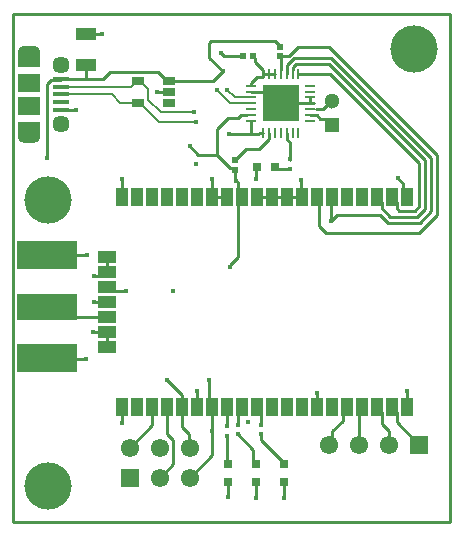
<source format=gbr>
%TF.GenerationSoftware,Altium Limited,Altium Designer,23.3.1 (30)*%
G04 Layer_Physical_Order=1*
G04 Layer_Color=39423*
%FSLAX45Y45*%
%MOMM*%
%TF.SameCoordinates,3D4662BF-085F-4CF4-8E86-F61BF3E894F1*%
%TF.FilePolarity,Positive*%
%TF.FileFunction,Copper,L1,Top,Signal*%
%TF.Part,Single*%
G01*
G75*
%TA.AperFunction,NonConductor*%
%ADD10C,0.50000*%
%TA.AperFunction,SMDPad,CuDef*%
%ADD11R,1.52400X1.01600*%
%ADD12R,1.01600X1.52400*%
%ADD13R,0.56818X0.57247*%
%TA.AperFunction,ConnectorPad*%
%ADD14R,5.08000X2.41300*%
%ADD15R,5.08000X2.28600*%
%TA.AperFunction,SMDPad,CuDef*%
%ADD16R,0.80000X0.80000*%
%ADD17R,0.45000X0.45000*%
%TA.AperFunction,ConnectorPad*%
%ADD18R,1.90000X1.50000*%
%ADD19R,1.35000X0.40000*%
%TA.AperFunction,SMDPad,CuDef*%
%ADD20O,0.95000X0.20000*%
%ADD21O,0.20000X0.95000*%
%ADD22R,3.13000X3.13000*%
%ADD23R,1.70000X1.10000*%
%ADD24R,0.99000X0.69000*%
%ADD25R,0.57247X0.56818*%
%ADD26R,0.80000X0.80000*%
%ADD27R,0.47247X0.46818*%
%TA.AperFunction,Conductor*%
%ADD28C,0.25400*%
%ADD29C,0.19767*%
%ADD30C,0.19800*%
%ADD31C,0.19079*%
%ADD32C,0.29300*%
%TA.AperFunction,ViaPad*%
%ADD33C,4.00000*%
%TA.AperFunction,ComponentPad*%
%ADD34R,1.55000X1.55000*%
%ADD35C,1.55000*%
%ADD36C,1.45000*%
%ADD37R,1.30000X1.30000*%
%ADD38C,1.30000*%
%TA.AperFunction,ViaPad*%
%ADD39C,0.44400*%
%ADD40C,0.50000*%
%TA.AperFunction,NonConductor*%
%ADD41C,0.25400*%
G36*
X234700Y3387700D02*
X44700D01*
Y3257700D01*
X234700D01*
Y3387700D01*
D02*
G37*
G36*
X184703Y3257699D02*
X94700D01*
Y3207700D01*
X184703Y3207702D01*
Y3257699D01*
D02*
G37*
G36*
X94697Y3977700D02*
X184700D01*
Y4027700D01*
X94697Y4027698D01*
Y3977700D01*
D02*
G37*
G36*
X44700Y3847700D02*
X234700D01*
Y3977700D01*
X44700D01*
Y3847700D01*
D02*
G37*
D10*
X209700Y3257700D02*
G03*
X209700Y3257700I-25000J0D01*
G01*
X119700D02*
G03*
X119700Y3257700I-25000J0D01*
G01*
X209700Y3977700D02*
G03*
X209700Y3977700I-25000J0D01*
G01*
X119700D02*
G03*
X119700Y3977700I-25000J0D01*
G01*
D11*
X800100Y1478500D02*
D03*
Y1605500D02*
D03*
Y1732500D02*
D03*
Y1859500D02*
D03*
Y1986500D02*
D03*
Y2113500D02*
D03*
Y2240500D02*
D03*
D12*
X3340100Y970500D02*
D03*
X3213100D02*
D03*
X3086100D02*
D03*
X2959100D02*
D03*
X2832100D02*
D03*
X2705100D02*
D03*
X2578100D02*
D03*
X2451100D02*
D03*
X2324100D02*
D03*
X2197100D02*
D03*
X2070100D02*
D03*
X1943100D02*
D03*
X1816100D02*
D03*
X1689100D02*
D03*
X1562100D02*
D03*
X1435100D02*
D03*
X1308100D02*
D03*
X1181100D02*
D03*
X1054100D02*
D03*
X927100D02*
D03*
Y2748500D02*
D03*
X1054100D02*
D03*
X1181100D02*
D03*
X1308100D02*
D03*
X1435100D02*
D03*
X1562100D02*
D03*
X1689100D02*
D03*
X1816100D02*
D03*
X1943100D02*
D03*
X2070100D02*
D03*
X2197100D02*
D03*
X2324100D02*
D03*
X2451100D02*
D03*
X2578100D02*
D03*
X2705100D02*
D03*
X2832100D02*
D03*
X2959100D02*
D03*
X3086100D02*
D03*
X3213100D02*
D03*
X3340100D02*
D03*
D13*
X2039114Y3942300D02*
D03*
X1948685D02*
D03*
D14*
X292100Y2259550D02*
D03*
Y1383250D02*
D03*
D15*
Y1821400D02*
D03*
D16*
X2057508Y489992D02*
D03*
Y339990D02*
D03*
X2300008Y489992D02*
D03*
Y339990D02*
D03*
X1825010Y489989D02*
D03*
Y339992D02*
D03*
D17*
X1905000Y740000D02*
D03*
Y820000D02*
D03*
X2102500Y742500D02*
D03*
Y822500D02*
D03*
X1815000Y730000D02*
D03*
Y810000D02*
D03*
X2350000Y3070000D02*
D03*
Y2990000D02*
D03*
D18*
X139700Y3517698D02*
D03*
Y3717698D02*
D03*
D19*
X409702Y3487701D02*
D03*
Y3552700D02*
D03*
Y3617698D02*
D03*
Y3682702D02*
D03*
Y3747700D02*
D03*
D20*
X2023400Y3692400D02*
D03*
Y3642402D02*
D03*
Y3592400D02*
D03*
Y3542402D02*
D03*
Y3492400D02*
D03*
Y3442403D02*
D03*
Y3392400D02*
D03*
X2518400D02*
D03*
Y3442403D02*
D03*
Y3492400D02*
D03*
Y3542402D02*
D03*
Y3592400D02*
D03*
Y3642402D02*
D03*
Y3692400D02*
D03*
D21*
X2120900Y3294900D02*
D03*
X2170902D02*
D03*
X2220900D02*
D03*
X2270902D02*
D03*
X2320900D02*
D03*
X2370902D02*
D03*
X2420899D02*
D03*
Y3789900D02*
D03*
X2370902D02*
D03*
X2320900D02*
D03*
X2270902D02*
D03*
X2220900D02*
D03*
X2170902D02*
D03*
X2120900D02*
D03*
D22*
X2270902Y3542402D02*
D03*
D23*
X620000Y4127500D02*
D03*
Y3867501D02*
D03*
D24*
X1323300Y3542499D02*
D03*
Y3637500D02*
D03*
Y3732501D02*
D03*
X1064301D02*
D03*
Y3542499D02*
D03*
D25*
X1879600Y3066000D02*
D03*
Y2975571D02*
D03*
D26*
X2071290Y3002492D02*
D03*
X2221292D02*
D03*
D27*
X2265000Y3942284D02*
D03*
Y4022716D02*
D03*
D28*
X3592500Y2594500D02*
Y3105700D01*
X2650316Y2443700D02*
X3441700D01*
X3592500Y2594500D01*
X295000Y3077500D02*
Y3709381D01*
X326420Y3740802D01*
X1822500Y344984D02*
X1825000Y347484D01*
X1822500Y210000D02*
Y344984D01*
X2052500Y337498D02*
X2057500Y332498D01*
Y205000D02*
Y332498D01*
X2301333Y491167D02*
X2301334D01*
X2272708Y519792D02*
Y519792D01*
X2102500Y690000D02*
Y742500D01*
X2272708Y519792D02*
X2301333Y491167D01*
X2102500Y690000D02*
X2272708Y519792D01*
X2291450Y318740D02*
X2295000Y315190D01*
X2276258Y318740D02*
X2291450D01*
X2295000Y205000D02*
Y315190D01*
X2070100Y970500D02*
X2102500Y938100D01*
Y822500D02*
Y938100D01*
X2035008Y509992D02*
Y609992D01*
X1905000Y820000D02*
Y932400D01*
X1943100Y970500D01*
X1815000Y502500D02*
Y730000D01*
X1905000Y740000D02*
X2035008Y609992D01*
X1815000Y810000D02*
Y969400D01*
X1816100Y970500D01*
X1560000Y972600D02*
X1562100Y970500D01*
X1560000Y972600D02*
Y1105000D01*
X927100Y970500D02*
X927500Y970100D01*
Y840000D02*
Y970100D01*
X292100Y1383250D02*
X295350Y1380000D01*
X625000D01*
X292550Y2260000D02*
X630000D01*
X292100Y2259550D02*
X292550Y2260000D01*
X1892300Y2885931D02*
X1905000Y2873231D01*
X1879600Y2898631D02*
X1892300Y2885931D01*
X1689100Y770000D02*
Y970500D01*
Y564100D02*
Y770000D01*
X836600Y1950000D02*
X962500D01*
X800100Y1986500D02*
X836600Y1950000D01*
X3302000Y2786600D02*
X3340100Y2748500D01*
X3267500Y2902358D02*
X3302000Y2867858D01*
Y2786600D02*
Y2867858D01*
X3267500Y2902358D02*
Y2907500D01*
X2445000Y2754600D02*
Y2895000D01*
Y2754600D02*
X2451100Y2748500D01*
X2065000Y2900000D02*
Y2996202D01*
X2071290Y3002492D01*
X927100Y2748500D02*
X927500Y2748900D01*
Y2902500D01*
X1685000Y2752600D02*
X1689100Y2748500D01*
X1685000Y2752600D02*
Y2897500D01*
X273050Y2240500D02*
X292100D01*
X2692400Y2545300D02*
X2743200Y2596100D01*
X3112777D01*
X2692400Y2545300D02*
Y2735800D01*
X2705100Y2748500D01*
X409702Y3487701D02*
X411053Y3486350D01*
X538649D02*
X540000Y3485000D01*
X411053Y3486350D02*
X538649D01*
X1225000Y3637500D02*
X1323300D01*
X620000Y4127500D02*
X625000Y4132500D01*
X760000D01*
X620000Y3747700D02*
X768342D01*
X620000D02*
Y3867501D01*
X409702Y3747700D02*
X620000D01*
X2350000Y3066155D02*
Y3210278D01*
X2322802Y3237476D02*
Y3292997D01*
X2320900Y3294900D02*
X2322802Y3292997D01*
Y3237476D02*
X2350000Y3210278D01*
X2235884Y2987900D02*
X2324100D01*
X2221292Y3002492D02*
X2235884Y2987900D01*
X2264785Y4022716D02*
X2265000D01*
X2254076Y4033424D02*
Y4033639D01*
X1678579Y4069300D02*
X2218416D01*
X2254076Y4033424D02*
X2264785Y4022716D01*
X2218416Y4069300D02*
X2254076Y4033639D01*
X2039114Y3942300D02*
X2054823Y3926591D01*
Y3888077D02*
Y3926591D01*
X1323300Y3732501D02*
X1695201D01*
X1308300D02*
X1323300D01*
X2271199Y3828000D02*
Y3936085D01*
X2265000Y3942284D02*
X2271199Y3936085D01*
X2342036Y3942284D02*
X2418252Y4018500D01*
X2679700D01*
X2265000Y3942284D02*
X2342036D01*
X1769282Y3967700D02*
X1794682Y3942300D01*
X1948685D01*
X2580000Y972400D02*
Y1092500D01*
X2578100Y970500D02*
X2580000Y972400D01*
X3340000Y970600D02*
X3340100Y970500D01*
X3340000Y970600D02*
Y1110000D01*
X798100Y1857500D02*
X800100Y1859500D01*
X690000Y1857500D02*
X798100D01*
X690000Y2080000D02*
X766600D01*
X800100Y2113500D01*
X685000Y1602500D02*
X797100D01*
X800100Y1605500D01*
X799100Y1477500D02*
X800100Y1478500D01*
X799600Y2240000D02*
X800100Y2240500D01*
X2679700Y4018500D02*
X3592500Y3105700D01*
X2704495Y765182D02*
X2794000Y854686D01*
Y932400D01*
X2704495Y677795D02*
Y765182D01*
X2679700Y653000D02*
X2704495Y677795D01*
X2933700Y653000D02*
Y945100D01*
X1498600Y373600D02*
X1689100Y564100D01*
X2023400Y3642402D02*
X2150902D01*
X3124200Y829286D02*
X3184886Y768600D01*
X3124200Y829286D02*
Y932400D01*
X3251200Y843500D02*
Y932400D01*
X2794000D02*
X2832100Y970500D01*
X3086100D02*
X3124200Y932400D01*
X3213100Y970500D02*
X3251200Y932400D01*
X2933700Y945100D02*
X2959100Y970500D01*
X1244600Y373600D02*
X1360200Y489200D01*
Y689586D01*
X1497300Y628900D02*
X1498600Y627600D01*
X1497300Y628900D02*
Y743200D01*
X1308100Y741687D02*
X1360200Y689586D01*
X990600Y627600D02*
X1181100Y818100D01*
X1435100Y805400D02*
X1497300Y743200D01*
X1308100Y741687D02*
Y970500D01*
X1181100Y818100D02*
Y970500D01*
X1435100Y805400D02*
Y1072100D01*
X342900Y1834100D02*
X444500Y1732500D01*
X800100Y2113500D02*
Y2240500D01*
X1663700Y995900D02*
X1689100Y970500D01*
X1663700Y995900D02*
Y1199100D01*
X1308100D02*
X1435100Y1072100D01*
X800100Y1478500D02*
X825500D01*
X800100D02*
Y1605500D01*
X3184886Y655814D02*
X3187700Y653000D01*
X3184886Y655814D02*
Y768600D01*
X3251200Y843500D02*
X3441700Y653000D01*
X2540000Y932400D02*
X2578100Y970500D01*
X1838000Y2160800D02*
Y2170484D01*
X1905000Y2237484D01*
X2590800Y2503216D02*
X2650316Y2443700D01*
X1905000Y2237484D02*
Y2710400D01*
X2590800Y2503216D02*
Y2735800D01*
X2120900Y3789900D02*
Y3822000D01*
X2320900Y3789900D02*
X2321999Y3791000D01*
Y3868365D01*
X2379934Y3926300D01*
X1879815Y3066000D02*
X1973408Y3159593D01*
X2091116D01*
X2169000Y3237476D01*
X2019300Y3713700D02*
X2067400Y3761800D01*
X2019300Y3695100D02*
Y3713700D01*
X2372799Y3824700D02*
Y3847324D01*
X1695201Y3732501D02*
X1778000Y3815300D01*
X2324100Y2748500D02*
X2451100D01*
X2578100D02*
X2590800Y2735800D01*
X2605923Y3410400D02*
X2652800D01*
X2705100Y3358100D01*
X3086100Y2748500D02*
X3124200Y2710400D01*
X3441700Y2669218D02*
Y3039147D01*
X3492500Y2648177D02*
Y3060189D01*
X3543300Y2627135D02*
Y3081231D01*
X2372799Y3847324D02*
X2400976Y3875500D01*
X2380899Y3542402D02*
X2518400D01*
Y3592400D01*
Y3442403D02*
X2520302Y3440500D01*
X2518400Y3542402D02*
X2550500D01*
X2379934Y3926300D02*
X2698231D01*
X2400976Y3875500D02*
X2677189D01*
X2520302Y3440500D02*
X2575823D01*
X2550500Y3542402D02*
X2553200Y3545102D01*
X2420899Y3789900D02*
X2690947D01*
X2575823Y3440500D02*
X2605923Y3410400D01*
X2565400Y3491300D02*
X2626094D01*
X2692894Y3558100D01*
X2705100D01*
X2690947Y3789900D02*
X3441700Y3039147D01*
X2677189Y3875500D02*
X3492500Y3060189D01*
X2698231Y3926300D02*
X3543300Y3081231D01*
X1689100Y2748500D02*
X1816100D01*
X2067400Y3761800D02*
X2118200D01*
X2120900Y3764500D01*
Y3789900D01*
X2170902D01*
X2150902Y3642402D02*
X2160900Y3652400D01*
X2170902Y3789900D02*
X2220900D01*
X1879600Y2898631D02*
Y2975571D01*
X1498600Y3180300D02*
X1571414Y3107486D01*
X1727200D01*
Y3323984D01*
Y3107486D02*
X1843406Y2991280D01*
X1879600Y3066000D02*
X1879815D01*
X1843406Y2991280D02*
X1863891D01*
X1879600Y2975571D01*
X1905000Y2710400D02*
X1943100Y2748500D01*
X1913342Y3421600D02*
X1932242Y3440500D01*
X1828800Y3281900D02*
X2019300D01*
X1932242Y3440500D02*
X1981200D01*
X2019300Y3281900D02*
Y3389700D01*
X2022000Y3392400D01*
X2023400D01*
X2019300Y3281900D02*
X2082800D01*
X2089979Y3289079D01*
X2118200D01*
X1824816Y3421600D02*
X1913342D01*
X1727200Y3323984D02*
X1824816Y3421600D01*
X2169000Y3237476D02*
Y3292997D01*
X2170902Y3294900D01*
X326420Y3740802D02*
X402803D01*
X409702Y3747700D01*
X768342D02*
X825743Y3805101D01*
X1663700Y3929600D02*
X1778000Y3815300D01*
X825743Y3805101D02*
X1235700D01*
X1663700Y3929600D02*
Y4054421D01*
X1678579Y4069300D01*
X1235700Y3805101D02*
X1308300Y3732501D01*
X2054823Y3888077D02*
X2120900Y3822000D01*
X1905000Y2786600D02*
Y2873231D01*
X2070100Y2748500D02*
X2082800Y2735800D01*
X2070100Y2748500D02*
X2197100D01*
X2324100D01*
X2070100D02*
X2071290Y2749690D01*
X1905000Y2786600D02*
X1943100Y2748500D01*
X3176277Y2532600D02*
X3448765D01*
X3112777Y2596100D02*
X3176277Y2532600D01*
X3448765D02*
X3543300Y2627135D01*
X3197318Y2583400D02*
X3427723D01*
X3492500Y2648177D01*
X3124200Y2656518D02*
X3197318Y2583400D01*
X3273518Y2634200D02*
X3406682D01*
X3251200Y2656518D02*
X3273518Y2634200D01*
X3406682D02*
X3441700Y2669218D01*
X3124200Y2656518D02*
Y2710400D01*
X3251200Y2656518D02*
Y2710400D01*
X3213100Y2748500D02*
X3251200Y2710400D01*
D29*
X1540000Y3472500D02*
X1540734Y3473234D01*
X1543811D01*
X1727942Y3657500D02*
X1843002Y3542440D01*
X1971795D01*
X1815000Y3657500D02*
X1880138Y3592362D01*
X1971795D01*
D30*
X1239300Y3382500D02*
X1547057D01*
X1543811Y3473234D02*
Y3473234D01*
X1255821Y3466679D02*
X1534179D01*
X1149102Y3573398D02*
X1255821Y3466679D01*
X1079301Y3542499D02*
X1239300Y3382500D01*
X2023361Y3542440D02*
X2023400Y3542402D01*
X1971795Y3542440D02*
X2023361D01*
Y3592362D02*
X2023400Y3592400D01*
X1971795Y3592362D02*
X2023361D01*
X409702Y3617698D02*
X838502D01*
X913701Y3542499D01*
X1148741Y3591981D02*
X1149102Y3591621D01*
Y3573398D02*
Y3591621D01*
X1148741Y3591981D02*
Y3663061D01*
X999502Y3682702D02*
X1049301Y3732501D01*
X409702Y3682702D02*
X999502D01*
X1079301Y3732501D02*
X1148741Y3663061D01*
X913701Y3542499D02*
X1064301D01*
D31*
X1534179Y3466679D02*
X1540000Y3472500D01*
X1547057Y3382500D02*
X1552879Y3388321D01*
X1049301Y3732501D02*
X1079301D01*
D32*
X444500Y1732500D02*
X800100D01*
D33*
X300000Y2720000D02*
D03*
X3400000Y4000000D02*
D03*
X300000Y300000D02*
D03*
D34*
X990600Y373600D02*
D03*
X3441700Y653000D02*
D03*
D35*
X1244600Y373600D02*
D03*
X1498600D02*
D03*
X990600Y627600D02*
D03*
X1244600D02*
D03*
X1498600D02*
D03*
X3187700Y653000D02*
D03*
X2933700D02*
D03*
X2679700D02*
D03*
D36*
X409702Y3867700D02*
D03*
Y3367701D02*
D03*
D37*
X2705100Y3358100D02*
D03*
D38*
Y3558100D02*
D03*
D39*
X295000Y3077500D02*
D03*
X1822500Y210000D02*
D03*
X2057500Y205000D02*
D03*
X2295000D02*
D03*
X1991305Y840244D02*
D03*
X1689100Y770000D02*
D03*
X1557500Y3027500D02*
D03*
X1560000Y1105000D02*
D03*
X927500Y840000D02*
D03*
X625000Y1380000D02*
D03*
X630000Y2260000D02*
D03*
X1357500Y1952500D02*
D03*
X1892300Y2885931D02*
D03*
X962500Y1950000D02*
D03*
X3267500Y2907500D02*
D03*
X2445000Y2895000D02*
D03*
X2065000Y2900000D02*
D03*
X927500Y2902500D02*
D03*
X1685000Y2897500D02*
D03*
X540000Y3485000D02*
D03*
X1225000Y3637500D02*
D03*
X760000Y4132500D02*
D03*
X1552879Y3388321D02*
D03*
X1540000Y3472500D02*
D03*
X1815000Y3657500D02*
D03*
X1727942D02*
D03*
X1828800Y3281900D02*
D03*
X2580000Y1092500D02*
D03*
X3340000Y1110000D02*
D03*
X690000Y1857500D02*
D03*
Y2080000D02*
D03*
X685000Y1602500D02*
D03*
X1663700Y1199100D02*
D03*
X1308100D02*
D03*
X1838000Y2160800D02*
D03*
X2692400Y2545300D02*
D03*
X1769282Y3967700D02*
D03*
X1778000Y3815300D02*
D03*
X1498600Y3180300D02*
D03*
D40*
X2160900Y3652400D02*
D03*
X2270902D02*
D03*
X2380899D02*
D03*
X2160900Y3542402D02*
D03*
X2270902D02*
D03*
X2380899D02*
D03*
X2160900Y3432400D02*
D03*
X2270902D02*
D03*
X2380899D02*
D03*
D41*
X0Y0D02*
X3700000D01*
X0Y4300000D02*
X3700000D01*
Y0D02*
Y4300000D01*
X0Y0D02*
Y4300000D01*
%TF.MD5,ec06f522e612c73c0c189244750ee785*%
M02*

</source>
